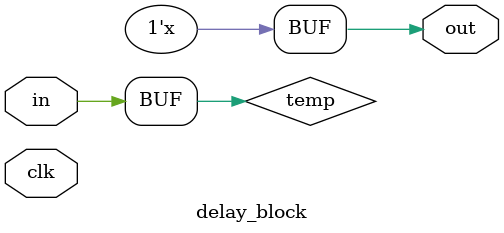
<source format=v>
`timescale 1ns / 1ps
module delay_block(
 input in,
 output reg out,
 input clk
	);

reg temp = 0;
	
always@(clk)
begin
  
  temp <=in;
  out <= temp;
  
end

endmodule

</source>
